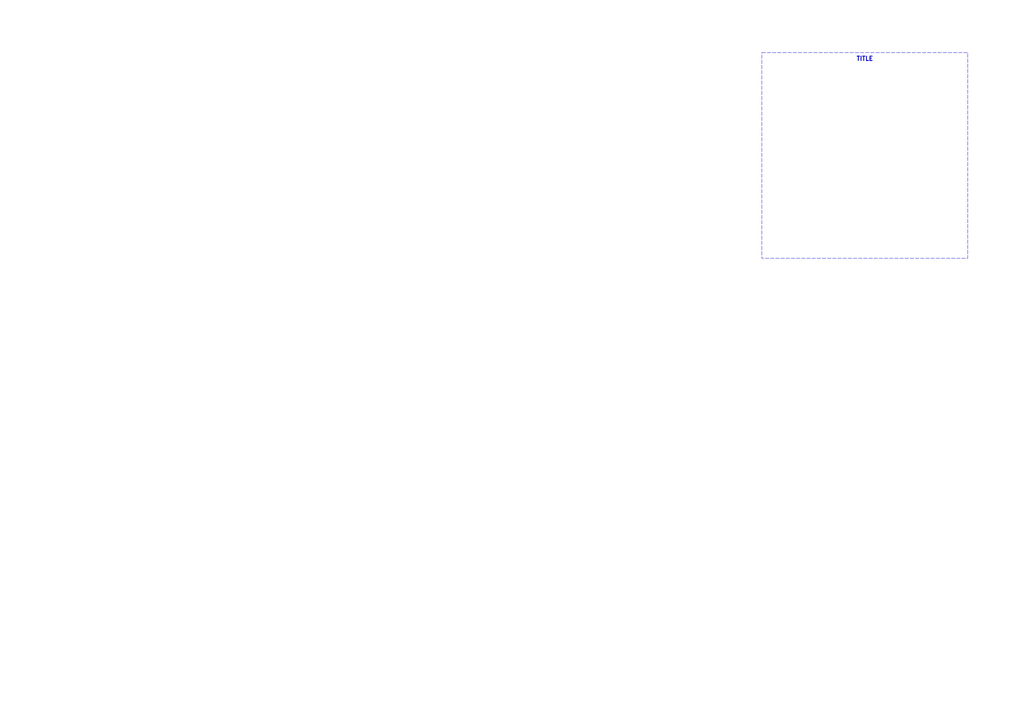
<source format=kicad_sch>
(kicad_sch
	(version 20231120)
	(generator "eeschema")
	(generator_version "8.0")
	(uuid "d5310b99-fef9-4476-9da4-84869003b025")
	(paper "A4")
	(title_block
		(title "insert_sheet_title")
		(rev "0")
		(company "University of Cape Town")
		(comment 1 "Project: project_name")
		(comment 2 "Author: name_surname")
	)
	(lib_symbols)
	(text_box "TITLE"
		(exclude_from_sim yes)
		(at 220.98 15.24 0)
		(size 59.69 59.69)
		(stroke
			(width 0.1)
			(type dash)
		)
		(fill
			(type none)
		)
		(effects
			(font
				(size 1.27 1.27)
				(thickness 0.254)
				(bold yes)
			)
			(justify top)
		)
		(uuid "52f1c879-95eb-485e-988e-5dedcb039598")
	)
	(text_box "Schematic Steps for PCB production:\n\n1. Fill in drawing sheet information\n\n2. Make your schematic. I like to use the TITLE block for separating circuits\n\n3. Test points, mounting holes\n\n4. Annotate\n\n5. Run an ERC\n\n6. Assign footprints\n\n7. BOM has an LCSC column, fill in for all components you want populated.\n\n8. Optional unit cost column\n\n9. If circuit is changed, don't forget revision number"
		(exclude_from_sim yes)
		(at 297.18 15.24 0)
		(size 87.63 49.53)
		(stroke
			(width 0)
			(type default)
		)
		(fill
			(type color)
			(color 255 255 255 1)
		)
		(effects
			(font
				(face "Verdana")
				(size 1.5 1.5)
			)
			(justify left top)
		)
		(uuid "d7be7fb1-770b-49de-ac2d-a588ca156ee1")
	)
	(sheet_instances
		(path "/"
			(page "1")
		)
	)
)
</source>
